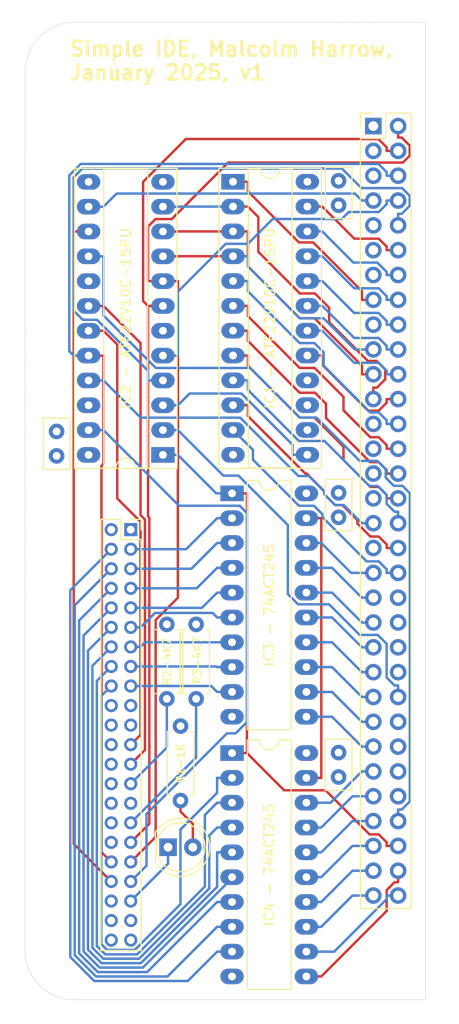
<source format=kicad_pcb>
(kicad_pcb (version 20240108) (generator "pcbnew") (generator_version "8.0")
  (layers (0 "F.Cu" signal) (1 "In1.Cu" power "In1.Cu (GND)") (2 "In2.Cu" power "In2.Cu (PWR)") (31 "B.Cu" signal) (34 "B.Paste" user) (35 "F.Paste" user) (36 "B.SilkS" user "B.Silkscreen") (37 "F.SilkS" user "F.Silkscreen") (38 "B.Mask" user) (39 "F.Mask" user) (44 "Edge.Cuts" user))
  (net 0 "")
  (net 1 "RESET")
  (net 2 "IPL1")
  (net 3 "IOSEL")
  (net 4 "A11")
  (net 5 "A2")
  (net 6 "A4")
  (net 7 "D12")
  (net 8 "A10")
  (net 9 "A16")
  (net 10 "D13")
  (net 11 "EXPSEL")
  (net 12 "A6")
  (net 13 "A19")
  (net 14 "A21")
  (net 15 "D15")
  (net 16 "A22")
  (net 17 "A15")
  (net 18 "D3")
  (net 19 "D2")
  (net 20 "A13")
  (net 21 "A12")
  (net 22 "A7")
  (net 23 "DTACK")
  (net 24 "A23")
  (net 25 "MFPIEO")
  (net 26 "D11")
  (net 27 "A14")
  (net 28 "VMA")
  (net 29 "RW")
  (net 30 "D8")
  (net 31 "D1")
  (net 32 "GND")
  (net 33 "D4")
  (net 34 "IPL0")
  (net 35 "D0")
  (net 36 "D9")
  (net 37 "AS")
  (net 38 "D14")
  (net 39 "+5V")
  (net 40 "A5")
  (net 41 "D7")
  (net 42 "BR")
  (net 43 "A3")
  (net 44 "LDS")
  (net 45 "A1")
  (net 46 "E")
  (net 47 "D6")
  (net 48 "D10")
  (net 49 "A17")
  (net 50 "CPUCLK")
  (net 51 "BERR")
  (net 52 "IPL2")
  (net 53 "BG")
  (net 54 "BGACK")
  (net 55 "D5")
  (net 56 "A20")
  (net 57 "VPA")
  (net 58 "UDS")
  (net 59 "A9")
  (net 60 "A18")
  (net 61 "A8")
  (net 62 "BD4")
  (net 63 "INTRQ")
  (net 64 "BD13")
  (net 65 "BD3")
  (net 66 "BD7")
  (net 67 "BD0")
  (net 68 "BD1")
  (net 69 "BD6")
  (net 70 "~{DASP}")
  (net 71 "BD14")
  (net 72 "BD15")
  (net 73 "BD8")
  (net 74 "BD9")
  (net 75 "BD12")
  (net 76 "BD11")
  (net 77 "BD10")
  (net 78 "BD2")
  (net 79 "BD5")
  (net 80 "~{IDERD}")
  (net 81 "IDEBUF")
  (net 82 "FC1")
  (net 83 "FC0")
  (net 84 "~{IDEWR}")
  (net 85 "~{RESET}")
  (net 86 "FC2")
  (net 88 "IDERDY")
  (net 96 "~{IDECS}")
  (net 97 "~{IDEBUF}")
  (net 98 "IDESEL")
  (net 100 "~{IDECS1}")
  (net 101 "Net-(D2-A)")
  (net 102 "~{IDECS0}")
  (footprint "Package_DIP:DIP-24_W7.62mm_Socket_LongPads" (layer "F.Cu") (at 157.1 79.25 180)
    (property "Reference" "IC2" (hide yes))
    (property "Value" "ATF22V10C-15PU" (hide yes))
  )
  (footprint "Capacitor_THT:C_Disc_D5.0mm_W2.5mm_P2.50mm" (layer "F.Cu") (at 175.1 51.2 -90)
    (property "Reference" "C4" (hide yes))
    (property "Value" "100nF" (hide yes))
  )
  (footprint "Resistor_THT:R_Axial_DIN0207_L6.3mm_D2.5mm_P7.62mm_Horizontal" (layer "F.Cu") (at 157.5 104.21 90)
    (property "Reference" "R2" (hide yes))
    (property "Value" "4K7" (hide yes))
  )
  (footprint "LED_THT:LED_D5.0mm" (layer "F.Cu") (at 157.625 119.4)
    (property "Reference" "D2" (hide yes))
    (property "Value" "LED" (hide yes))
  )
  (footprint "Capacitor_THT:C_Disc_D5.0mm_W2.5mm_P2.50mm" (layer "F.Cu") (at 146.2 79.35 90)
    (property "Reference" "C3" (hide yes))
    (property "Value" "100nF" (hide yes))
  )
  (footprint "Resistor_THT:R_Axial_DIN0207_L6.3mm_D2.5mm_P7.62mm_Horizontal" (layer "F.Cu") (at 160.5 104.21 90)
    (property "Reference" "R3" (hide yes))
    (property "Value" "4K7" (hide yes))
  )
  (footprint "Capacitor_THT:C_Disc_D5.0mm_W2.5mm_P2.50mm" (layer "F.Cu") (at 175.1 83.135 -90)
    (property "Reference" "C2" (hide yes))
    (property "Value" "100nF" (hide yes))
  )
  (footprint "Package_DIP:DIP-20_W7.62mm_LongPads" (layer "F.Cu") (at 164.18 109.76)
    (property "Reference" "IC4" (hide yes))
    (property "Value" "74ACT245" (hide yes))
  )
  (footprint "Package_DIP:DIP-24_W7.62mm_Socket_LongPads" (layer "F.Cu") (at 164.28 51.3)
    (property "Reference" "IC1" (hide yes))
    (property "Value" "ATF22V10C-15PU" (hide yes))
  )
  (footprint "Connector_PinSocket_2.00mm:PinSocket_2x22_P2.00mm_Vertical" (layer "F.Cu") (at 153.8 86.9)
    (property "Reference" "J2" (hide yes))
    (property "Value" "Conn_02x22_Odd_Even" (hide yes))
  )
  (footprint "Package_DIP:DIP-20_W7.62mm_LongPads" (layer "F.Cu") (at 164.18 83.185)
    (property "Reference" "IC3" (hide yes))
    (property "Value" "74ACT245" (hide yes))
  )
  (footprint "Connector_PinHeader_2.54mm:PinHeader_2x32_P2.54mm_Vertical" (layer "F.Cu") (at 178.662 45.6003)
    (property "Reference" "BUS1" (hide yes))
    (property "Value" "Conn_02x32_Odd_Even" (hide yes))
  )
  (footprint "Capacitor_THT:C_Disc_D5.0mm_W2.5mm_P2.50mm" (layer "F.Cu") (at 175.1 109.71 -90)
    (property "Reference" "C1" (hide yes))
    (property "Value" "100nF" (hide yes))
  )
  (footprint "Resistor_THT:R_Axial_DIN0207_L6.3mm_D2.5mm_P7.62mm_Horizontal" (layer "F.Cu") (at 158.9 107 -90)
    (property "Reference" "R1" (hide yes))
    (property "Value" "1K" (hide yes))
  )
  (gr_arc (start 142.977614 40.002213) (mid 144.454859 36.470191) (end 147.976888 34.969331) (stroke (width 0.05)) (layer "Edge.Cuts"))
  (gr_line (start 184 135) (end 148 135) (stroke (width 0.05)) (layer "Edge.Cuts"))
  (gr_line (start 184 35) (end 184 135) (stroke (width 0.05)) (layer "Edge.Cuts"))
  (gr_arc (start 148 135) (mid 144.447976 133.538426) (end 142.953274 130.00021) (stroke (width 0.05)) (layer "Edge.Cuts"))
  (gr_line (start 142.974463 39.999895) (end 142.951971 130.000105) (stroke (width 0.05)) (layer "Edge.Cuts"))
  (gr_line (start 183.992343 35) (end 147.976888 34.969331) (stroke (width 0.05)) (layer "Edge.Cuts"))
  (gr_text "Simple IDE, Malcolm Harrow,\nJanuary 2025, v1" (at 147.4 41 0) (layer "F.SilkS") (effects (font (size 1.5 1.5) (thickness 0.3) (bold yes)) (justify left bottom)))
  (segment (start 171.0332 57.5067) (end 165.8067 52.2802) (width 0.25) (layer "F.Cu") (net 3))
  (segment (start 177.4853 62.4978) (end 172.4942 57.5067) (width 0.25) (layer "F.Cu") (net 3))
  (segment (start 164.28 51.3) (end 165.8067 51.3) (width 0.25) (layer "F.Cu") (net 3))
  (segment (start 178.662 63.3803) (end 177.4853 63.3803) (width 0.25) (layer "F.Cu") (net 3))
  (segment (start 165.8067 52.2802) (end 165.8067 51.3) (width 0.25) (layer "F.Cu") (net 3))
  (segment (start 177.4853 63.3803) (end 177.4853 62.4978) (width 0.25) (layer "F.Cu") (net 3))
  (segment (start 172.4942 57.5067) (end 171.0332 57.5067) (width 0.25) (layer "F.Cu") (net 3))
  (segment (start 176.7103 69.8236) (end 173.4267 66.54) (width 0.25) (layer "B.Cu") (net 4))
  (segment (start 180.0253 70.6325) (end 179.2164 69.8236) (width 0.25) (layer "B.Cu") (net 4))
  (segment (start 180.0253 71.0003) (end 180.0253 70.6325) (width 0.25) (layer "B.Cu") (net 4))
  (segment (start 179.2164 69.8236) (end 176.7103 69.8236) (width 0.25) (layer "B.Cu") (net 4))
  (segment (start 171.9 66.54) (end 173.4267 66.54) (width 0.25) (layer "B.Cu") (net 4))
  (segment (start 181.202 71.0003) (end 180.0253 71.0003) (width 0.25) (layer "B.Cu") (net 4))
  (segment (start 155.0651 51.3079) (end 155.0651 63.5018) (width 0.25) (layer "F.Cu") (net 5))
  (segment (start 181.202 48.1403) (end 180.0253 48.1403) (width 0.25) (layer "F.Cu") (net 5))
  (segment (start 159.4473 46.9257) (end 155.0651 51.3079) (width 0.25) (layer "F.Cu") (net 5))
  (segment (start 157.1 64.01) (end 155.5733 64.01) (width 0.25) (layer "F.Cu") (net 5))
  (segment (start 180.0253 48.1403) (end 180.0253 47.7726) (width 0.25) (layer "F.Cu") (net 5))
  (segment (start 155.5733 85.5398) (end 155.5733 64.01) (width 0.25) (layer "F.Cu") (net 5))
  (segment (start 180.0253 47.7726) (end 179.1784 46.9257) (width 0.25) (layer "F.Cu") (net 5))
  (segment (start 155.7051 116.9949) (end 155.7051 85.6716) (width 0.25) (layer "F.Cu") (net 5))
  (segment (start 153.8 118.9) (end 155.7051 116.9949) (width 0.25) (layer "F.Cu") (net 5))
  (segment (start 155.0651 63.5018) (end 155.5733 64.01) (width 0.25) (layer "F.Cu") (net 5))
  (segment (start 155.7051 85.6716) (end 155.5733 85.5398) (width 0.25) (layer "F.Cu") (net 5))
  (segment (start 179.1784 46.9257) (end 159.4473 46.9257) (width 0.25) (layer "F.Cu") (net 5))
  (segment (start 168.3451 55.11) (end 175.4317 55.11) (width 0.25) (layer "B.Cu") (net 6))
  (segment (start 181.202 53.2203) (end 180.0253 53.2203) (width 0.25) (layer "B.Cu") (net 6))
  (segment (start 163.5317 57.6487) (end 165.8064 57.6487) (width 0.25) (layer "B.Cu") (net 6))
  (segment (start 165.8064 57.6487) (end 168.3451 55.11) (width 0.25) (layer "B.Cu") (net 6))
  (segment (start 158.6267 62.5537) (end 163.5317 57.6487) (width 0.25) (layer "B.Cu") (net 6))
  (segment (start 175.4317 55.11) (end 176.1447 54.397) (width 0.25) (layer "B.Cu") (net 6))
  (segment (start 179.2164 54.397) (end 180.0253 53.5881) (width 0.25) (layer "B.Cu") (net 6))
  (segment (start 176.1447 54.397) (end 179.2164 54.397) (width 0.25) (layer "B.Cu") (net 6))
  (segment (start 158.6267 69.09) (end 158.6267 62.5537) (width 0.25) (layer "B.Cu") (net 6))
  (segment (start 180.0253 53.5881) (end 180.0253 53.2203) (width 0.25) (layer "B.Cu") (net 6))
  (segment (start 157.1 69.09) (end 158.6267 69.09) (width 0.25) (layer "B.Cu") (net 6))
  (segment (start 177.4853 98.9403) (end 174.43 95.885) (width 0.25) (layer "B.Cu") (net 7))
  (segment (start 178.662 98.9403) (end 177.4853 98.9403) (width 0.25) (layer "B.Cu") (net 7))
  (segment (start 174.43 95.885) (end 171.8 95.885) (width 0.25) (layer "B.Cu") (net 7))
  (segment (start 181.202 68.4603) (end 180.0253 68.4603) (width 0.25) (layer "B.Cu") (net 8))
  (segment (start 179.2164 67.2836) (end 176.7103 67.2836) (width 0.25) (layer "B.Cu") (net 8))
  (segment (start 176.7103 67.2836) (end 173.4267 64) (width 0.25) (layer "B.Cu") (net 8))
  (segment (start 180.0253 68.4603) (end 180.0253 68.0925) (width 0.25) (layer "B.Cu") (net 8))
  (segment (start 171.9 64) (end 173.4267 64) (width 0.25) (layer "B.Cu") (net 8))
  (segment (start 180.0253 68.0925) (end 179.2164 67.2836) (width 0.25) (layer "B.Cu") (net 8))
  (segment (start 175.6017 78.4045) (end 172.6272 75.43) (width 0.25) (layer "F.Cu") (net 9))
  (segment (start 175.6017 79.7819) (end 175.6017 78.4045) (width 0.25) (layer "F.Cu") (net 9))
  (segment (start 164.28 69.08) (end 165.8067 69.08) (width 0.25) (layer "F.Cu") (net 9))
  (segment (start 178.3434 82.5236) (end 175.6017 79.7819) (width 0.25) (layer "F.Cu") (net 9))
  (segment (start 179.2164 82.5236) (end 178.3434 82.5236) (width 0.25) (layer "F.Cu") (net 9))
  (segment (start 181.202 83.7003) (end 180.0253 83.7003) (width 0.25) (layer "F.Cu") (net 9))
  (segment (start 165.8067 70.1296) (end 165.8067 69.08) (width 0.25) (layer "F.Cu") (net 9))
  (segment (start 180.0253 83.7003) (end 180.0253 83.3325) (width 0.25) (layer "F.Cu") (net 9))
  (segment (start 171.1071 75.43) (end 165.8067 70.1296) (width 0.25) (layer "F.Cu") (net 9))
  (segment (start 180.0253 83.3325) (end 179.2164 82.5236) (width 0.25) (layer "F.Cu") (net 9))
  (segment (start 172.6272 75.43) (end 171.1071 75.43) (width 0.25) (layer "F.Cu") (net 9))
  (segment (start 178.662 96.4003) (end 177.4853 96.4003) (width 0.25) (layer "B.Cu") (net 10))
  (segment (start 174.43 93.345) (end 171.8 93.345) (width 0.25) (layer "B.Cu") (net 10))
  (segment (start 177.4853 96.4003) (end 174.43 93.345) (width 0.25) (layer "B.Cu") (net 10))
  (segment (start 176.7103 57.1236) (end 173.4267 53.84) (width 0.25) (layer "F.Cu") (net 12))
  (segment (start 171.9 53.84) (end 173.4267 53.84) (width 0.25) (layer "F.Cu") (net 12))
  (segment (start 180.0253 58.3003) (end 180.0253 57.9325) (width 0.25) (layer "F.Cu") (net 12))
  (segment (start 181.202 58.3003) (end 180.0253 58.3003) (width 0.25) (layer "F.Cu") (net 12))
  (segment (start 179.2164 57.1236) (end 176.7103 57.1236) (width 0.25) (layer "F.Cu") (net 12))
  (segment (start 180.0253 57.9325) (end 179.2164 57.1236) (width 0.25) (layer "F.Cu") (net 12))
  (segment (start 181.202 91.3203) (end 180.0253 91.3203) (width 0.25) (layer "B.Cu") (net 13))
  (segment (start 172.5774 84.455) (end 171.0385 84.455) (width 0.25) (layer "B.Cu") (net 13))
  (segment (start 180.0253 91.3203) (end 180.0253 90.9525) (width 0.25) (layer "B.Cu") (net 13))
  (segment (start 173.4603 85.3379) (end 172.5774 84.455) (width 0.25) (layer "B.Cu") (net 13))
  (segment (start 180.0253 90.9525) (end 179.2164 90.1436) (width 0.25) (layer "B.Cu") (net 13))
  (segment (start 166.3241 78.7441) (end 164.28 76.7) (width 0.25) (layer "B.Cu") (net 13))
  (segment (start 177.9716 90.1436) (end 173.4603 85.6323) (width 0.25) (layer "B.Cu") (net 13))
  (segment (start 171.0385 84.455) (end 166.3241 79.7406) (width 0.25) (layer "B.Cu") (net 13))
  (segment (start 179.2164 90.1436) (end 177.9716 90.1436) (width 0.25) (layer "B.Cu") (net 13))
  (segment (start 166.3241 79.7406) (end 166.3241 78.7441) (width 0.25) (layer "B.Cu") (net 13))
  (segment (start 173.4603 85.6323) (end 173.4603 85.3379) (width 0.25) (layer "B.Cu") (net 13))
  (segment (start 176.382 91.3203) (end 173.3267 88.265) (width 0.25) (layer "B.Cu") (net 15))
  (segment (start 171.8 88.265) (end 173.3267 88.265) (width 0.25) (layer "B.Cu") (net 15))
  (segment (start 178.662 91.3203) (end 176.382 91.3203) (width 0.25) (layer "B.Cu") (net 15))
  (segment (start 173.8066 74.0181) (end 172.6785 72.89) (width 0.25) (layer "F.Cu") (net 17))
  (segment (start 178.3216 79.9836) (end 173.8066 75.4686) (width 0.25) (layer "F.Cu") (net 17))
  (segment (start 164.28 66.54) (end 165.8067 66.54) (width 0.25) (layer "F.Cu") (net 17))
  (segment (start 179.2164 79.9836) (end 178.3216 79.9836) (width 0.25) (layer "F.Cu") (net 17))
  (segment (start 165.8067 67.5896) (end 165.8067 66.54) (width 0.25) (layer "F.Cu") (net 17))
  (segment (start 181.202 81.1603) (end 180.0253 81.1603) (width 0.25) (layer "F.Cu") (net 17))
  (segment (start 180.0253 80.7925) (end 179.2164 79.9836) (width 0.25) (layer "F.Cu") (net 17))
  (segment (start 180.0253 81.1603) (end 180.0253 80.7925) (width 0.25) (layer "F.Cu") (net 17))
  (segment (start 172.6785 72.89) (end 171.1071 72.89) (width 0.25) (layer "F.Cu") (net 17))
  (segment (start 171.1071 72.89) (end 165.8067 67.5896) (width 0.25) (layer "F.Cu") (net 17))
  (segment (start 173.8066 75.4686) (end 173.8066 74.0181) (width 0.25) (layer "F.Cu") (net 17))
  (segment (start 171.8 125) (end 173.3267 125) (width 0.25) (layer "B.Cu") (net 18))
  (segment (start 176.5264 121.8003) (end 173.3267 125) (width 0.25) (layer "B.Cu") (net 18))
  (segment (start 178.662 121.8003) (end 176.5264 121.8003) (width 0.25) (layer "B.Cu") (net 18))
  (segment (start 178.662 124.3403) (end 176.5264 124.3403) (width 0.25) (layer "B.Cu") (net 19))
  (segment (start 171.8 127.54) (end 173.3267 127.54) (width 0.25) (layer "B.Cu") (net 19))
  (segment (start 176.5264 124.3403) (end 173.3267 127.54) (width 0.25) (layer "B.Cu") (net 19))
  (segment (start 178.3483 74.9036) (end 173.5659 70.1212) (width 0.25) (layer "B.Cu") (net 20))
  (segment (start 165.8067 62.5096) (end 165.8067 61.46) (width 0.25) (layer "B.Cu") (net 20))
  (segment (start 173.5659 68.7489) (end 172.627 67.81) (width 0.25) (layer "B.Cu") (net 20))
  (segment (start 181.202 76.0803) (end 180.0253 76.0803) (width 0.25) (layer "B.Cu") (net 20))
  (segment (start 173.5659 70.1212) (end 173.5659 68.7489) (width 0.25) (layer "B.Cu") (net 20))
  (segment (start 172.627 67.81) (end 171.1071 67.81) (width 0.25) (layer "B.Cu") (net 20))
  (segment (start 180.0253 75.7125) (end 179.2164 74.9036) (width 0.25) (layer "B.Cu") (net 20))
  (segment (start 164.28 61.46) (end 165.8067 61.46) (width 0.25) (layer "B.Cu") (net 20))
  (segment (start 171.1071 67.81) (end 165.8067 62.5096) (width 0.25) (layer "B.Cu") (net 20))
  (segment (start 179.2164 74.9036) (end 178.3483 74.9036) (width 0.25) (layer "B.Cu") (net 20))
  (segment (start 180.0253 76.0803) (end 180.0253 75.7125) (width 0.25) (layer "B.Cu") (net 20))
  (segment (start 179.2051 74.7282) (end 178.1207 74.7282) (width 0.25) (layer "F.Cu") (net 21))
  (segment (start 178.1207 74.7282) (end 173.4267 70.0342) (width 0.25) (layer "F.Cu") (net 21))
  (segment (start 181.202 73.5403) (end 180.0253 73.5403) (width 0.25) (layer "F.Cu") (net 21))
  (segment (start 171.9 69.08) (end 173.4267 69.08) (width 0.25) (layer "F.Cu") (net 21))
  (segment (start 180.0253 73.908) (end 179.2051 74.7282) (width 0.25) (layer "F.Cu") (net 21))
  (segment (start 180.0253 73.5403) (end 180.0253 73.908) (width 0.25) (layer "F.Cu") (net 21))
  (segment (start 173.4267 70.0342) (end 173.4267 69.08) (width 0.25) (layer "F.Cu") (net 21))
  (segment (start 180.0253 60.5248) (end 180.0253 60.8403) (width 0.25) (layer "B.Cu") (net 22))
  (segment (start 171.9 56.38) (end 173.4267 56.38) (width 0.25) (layer "B.Cu") (net 22))
  (segment (start 173.4267 56.38) (end 176.617 59.5703) (width 0.25) (layer "B.Cu") (net 22))
  (segment (start 181.202 60.8403) (end 180.0253 60.8403) (width 0.25) (layer "B.Cu") (net 22))
  (segment (start 179.0708 59.5703) (end 180.0253 60.5248) (width 0.25) (layer "B.Cu") (net 22))
  (segment (start 176.617 59.5703) (end 179.0708 59.5703) (width 0.25) (layer "B.Cu") (net 22))
  (segment (start 179.932 80.7295) (end 179.0641 79.8616) (width 0.25) (layer "B.Cu") (net 23))
  (segment (start 151.0067 64.9922) (end 151.0067 58.93) (width 0.25) (layer "B.Cu") (net 23))
  (segment (start 179.0641 79.8616) (end 177.2616 79.8616) (width 0.25) (layer "B.Cu") (net 23))
  (segment (start 182.4006 114.7127) (end 182.4006 83.1725) (width 0.25) (layer "B.Cu") (net 23))
  (segment (start 179.932 81.5823) (end 179.932 80.7295) (width 0.25) (layer "B.Cu") (net 23))
  (segment (start 172.83 75.43) (end 171.126 75.43) (width 0.25) (layer "B.Cu") (net 23))
  (segment (start 181.5697 115.5436) (end 182.4006 114.7127) (width 0.25) (layer "B.Cu") (net 23))
  (segment (start 180.7623 82.4126) (end 179.932 81.5823) (width 0.25) (layer "B.Cu") (net 23))
  (segment (start 181.202 116.7203) (end 181.202 115.5436) (width 0.25) (layer "B.Cu") (net 23))
  (segment (start 181.202 115.5436) (end 181.5697 115.5436) (width 0.25) (layer "B.Cu") (net 23))
  (segment (start 166.0485 70.3525) (end 156.367 70.3525) (width 0.25) (layer "B.Cu") (net 23))
  (segment (start 149.48 58.93) (end 151.0067 58.93) (width 0.25) (layer "B.Cu") (net 23))
  (segment (start 181.6407 82.4126) (end 180.7623 82.4126) (width 0.25) (layer "B.Cu") (net 23))
  (segment (start 156.367 70.3525) (end 151.0067 64.9922) (width 0.25) (layer "B.Cu") (net 23))
  (segment (start 171.126 75.43) (end 166.0485 70.3525) (width 0.25) (layer "B.Cu") (net 23))
  (segment (start 182.4006 83.1725) (end 181.6407 82.4126) (width 0.25) (layer "B.Cu") (net 23))
  (segment (start 177.2616 79.8616) (end 172.83 75.43) (width 0.25) (layer "B.Cu") (net 23))
  (segment (start 174.43 98.425) (end 171.8 98.425) (width 0.25) (layer "B.Cu") (net 26))
  (segment (start 177.4853 101.4803) (end 174.43 98.425) (width 0.25) (layer "B.Cu") (net 26))
  (segment (start 178.662 101.4803) (end 177.4853 101.4803) (width 0.25) (layer "B.Cu") (net 26))
  (segment (start 180.0253 78.2525) (end 179.2164 77.4436) (width 0.25) (layer "F.Cu") (net 27))
  (segment (start 165.8067 65.0496) (end 165.8067 64) (width 0.25) (layer "F.Cu") (net 27))
  (segment (start 175.6017 73.3121) (end 172.6396 70.35) (width 0.25) (layer "F.Cu") (net 27))
  (segment (start 172.6396 70.35) (end 171.1071 70.35) (width 0.25) (layer "F.Cu") (net 27))
  (segment (start 181.202 78.6203) (end 180.0253 78.6203) (width 0.25) (layer "F.Cu") (net 27))
  (segment (start 180.0253 78.6203) (end 180.0253 78.2525) (width 0.25) (layer "F.Cu") (net 27))
  (segment (start 178.3546 77.4436) (end 175.6017 74.6907) (width 0.25) (layer "F.Cu") (net 27))
  (segment (start 179.2164 77.4436) (end 178.3546 77.4436) (width 0.25) (layer "F.Cu") (net 27))
  (segment (start 171.1071 70.35) (end 165.8067 65.0496) (width 0.25) (layer "F.Cu") (net 27))
  (segment (start 164.28 64) (end 165.8067 64) (width 0.25) (layer "F.Cu") (net 27))
  (segment (start 175.6017 74.6907) (end 175.6017 73.3121) (width 0.25) (layer "F.Cu") (net 27))
  (segment (start 181.202 119.2603) (end 180.0253 119.2603) (width 0.25) (layer "F.Cu") (net 29))
  (segment (start 180.0253 118.8925) (end 179.2164 118.0836) (width 0.25) (layer "F.Cu") (net 29))
  (segment (start 165.7067 83.185) (end 165.7067 109.76) (width 0.25) (layer "F.Cu") (net 29))
  (segment (start 178.2735 118.0836) (end 173.7599 113.57) (width 0.25) (layer "F.Cu") (net 29))
  (segment (start 164.18 109.76) (end 165.7067 109.76) (width 0.25) (layer "F.Cu") (net 29))
  (segment (start 180.0253 119.2603) (end 180.0253 118.8925) (width 0.25) (layer "F.Cu") (net 29))
  (segment (start 169.5167 113.57) (end 165.7067 109.76) (width 0.25) (layer "F.Cu") (net 29))
  (segment (start 173.7599 113.57) (end 169.5167 113.57) (width 0.25) (layer "F.Cu") (net 29))
  (segment (start 164.18 83.185) (end 165.7067 83.185) (width 0.25) (layer "F.Cu") (net 29))
  (segment (start 179.2164 118.0836) (end 178.2735 118.0836) (width 0.25) (layer "F.Cu") (net 29))
  (segment (start 162.5617 83.185) (end 158.6267 79.25) (width 0.25) (layer "B.Cu") (net 29))
  (segment (start 164.18 83.185) (end 162.5617 83.185) (width 0.25) (layer "B.Cu") (net 29))
  (segment (start 157.1 79.25) (end 158.6267 79.25) (width 0.25) (layer "B.Cu") (net 29))
  (segment (start 177.4853 109.1003) (end 174.43 106.045) (width 0.25) (layer "B.Cu") (net 30))
  (segment (start 178.662 109.1003) (end 177.4853 109.1003) (width 0.25) (layer "B.Cu") (net 30))
  (segment (start 174.43 106.045) (end 171.8 106.045) (width 0.25) (layer "B.Cu") (net 30))
  (segment (start 181.202 124.3403) (end 180.0253 124.3403) (width 0.25) (layer "B.Cu") (net 31))
  (segment (start 180.0253 124.708) (end 174.6533 130.08) (width 0.25) (layer "B.Cu") (net 31))
  (segment (start 174.6533 130.08) (end 171.8 130.08) (width 0.25) (layer "B.Cu") (net 31))
  (segment (start 180.0253 124.3403) (end 180.0253 124.708) (width 0.25) (layer "B.Cu") (net 31))
  (segment (start 178.662 119.2603) (end 176.5264 119.2603) (width 0.25) (layer "B.Cu") (net 33))
  (segment (start 176.5264 119.2603) (end 173.3267 122.46) (width 0.25) (layer "B.Cu") (net 33))
  (segment (start 171.8 122.46) (end 173.3267 122.46) (width 0.25) (layer "B.Cu") (net 33))
  (segment (start 180.8342 122.977) (end 180.0253 123.7859) (width 0.25) (layer "F.Cu") (net 35))
  (segment (start 181.202 122.977) (end 180.8342 122.977) (width 0.25) (layer "F.Cu") (net 35))
  (segment (start 181.202 121.8003) (end 181.202 122.977) (width 0.25) (layer "F.Cu") (net 35))
  (segment (start 180.0253 123.7859) (end 180.0253 125.9214) (width 0.25) (layer "F.Cu") (net 35))
  (segment (start 180.0253 125.9214) (end 173.3267 132.62) (width 0.25) (layer "F.Cu") (net 35))
  (segment (start 171.8 132.62) (end 173.3267 132.62) (width 0.25) (layer "F.Cu") (net 35))
  (segment (start 174.43 103.505) (end 171.8 103.505) (width 0.25) (layer "B.Cu") (net 36))
  (segment (start 177.4853 106.5603) (end 174.43 103.505) (width 0.25) (layer "B.Cu") (net 36))
  (segment (start 178.662 106.5603) (end 177.4853 106.5603) (width 0.25) (layer "B.Cu") (net 36))
  (segment (start 179.1124 97.6703) (end 180.0253 98.5832) (width 0.25) (layer "B.Cu") (net 37))
  (segment (start 158.6267 76.71) (end 163.2884 81.3717) (width 0.25) (layer "B.Cu") (net 37))
  (segment (start 180.8342 102.8436) (end 181.202 102.8436) (width 0.25) (layer "B.Cu") (net 37))
  (segment (start 169.902 93.4871) (end 170.9564 94.5415) (width 0.25) (layer "B.Cu") (net 37))
  (segment (start 170.9564 94.5415) (end 174.1313 94.5415) (width 0.25) (layer "B.Cu") (net 37))
  (segment (start 174.1313 94.5415) (end 177.2601 97.6703) (width 0.25) (layer "B.Cu") (net 37))
  (segment (start 180.0253 102.0347) (end 180.8342 102.8436) (width 0.25) (layer "B.Cu") (net 37))
  (segment (start 169.902 86.4311) (end 169.902 93.4871) (width 0.25) (layer "B.Cu") (net 37))
  (segment (start 164.8426 81.3717) (end 169.902 86.4311) (width 0.25) (layer "B.Cu") (net 37))
  (segment (start 181.202 104.0203) (end 181.202 102.8436) (width 0.25) (layer "B.Cu") (net 37))
  (segment (start 180.0253 98.5832) (end 180.0253 102.0347) (width 0.25) (layer "B.Cu") (net 37))
  (segment (start 177.2601 97.6703) (end 179.1124 97.6703) (width 0.25) (layer "B.Cu") (net 37))
  (segment (start 157.1 76.71) (end 158.6267 76.71) (width 0.25) (layer "B.Cu") (net 37))
  (segment (start 163.2884 81.3717) (end 164.8426 81.3717) (width 0.25) (layer "B.Cu") (net 37))
  (segment (start 171.8 90.805) (end 174.43 90.805) (width 0.25) (layer "B.Cu") (net 38))
  (segment (start 178.662 93.8603) (end 177.4853 93.8603) (width 0.25) (layer "B.Cu") (net 38))
  (segment (start 174.43 90.805) (end 177.4853 93.8603) (width 0.25) (layer "B.Cu") (net 38))
  (segment (start 147.9513 50.8336) (end 147.9513 64.4926) (width 0.25) (layer "B.Cu") (net 40))
  (segment (start 157.1 71.63) (end 155.5733 71.63) (width 0.25) (layer "B.Cu") (net 40))
  (segment (start 181.202 55.7603) (end 181.202 54.5836) (width 0.25) (layer "B.Cu") (net 40))
  (segment (start 150.3468 65.4233) (end 155.5733 70.6498) (width 0.25) (layer "B.Cu") (net 40))
  (segment (start 181.6138 51.9503) (end 177.4438 51.9503) (width 0.25) (layer "B.Cu") (net 40))
  (segment (start 181.202 54.5836) (end 181.5697 54.5836) (width 0.25) (layer "B.Cu") (net 40))
  (segment (start 155.5733 70.6498) (end 155.5733 71.63) (width 0.25) (layer "B.Cu") (net 40))
  (segment (start 175.4342 49.9407) (end 148.8442 49.9407) (width 0.25) (layer "B.Cu") (net 40))
  (segment (start 148.8442 49.9407) (end 147.9513 50.8336) (width 0.25) (layer "B.Cu") (net 40))
  (segment (start 177.4438 51.9503) (end 175.4342 49.9407) (width 0.25) (layer "B.Cu") (net 40))
  (segment (start 148.882 65.4233) (end 150.3468 65.4233) (width 0.25) (layer "B.Cu") (net 40))
  (segment (start 182.3894 53.7639) (end 182.3894 52.7259) (width 0.25) (layer "B.Cu") (net 40))
  (segment (start 182.3894 52.7259) (end 181.6138 51.9503) (width 0.25) (layer "B.Cu") (net 40))
  (segment (start 147.9513 64.4926) (end 148.882 65.4233) (width 0.25) (layer "B.Cu") (net 40))
  (segment (start 181.5697 54.5836) (end 182.3894 53.7639) (width 0.25) (layer "B.Cu") (net 40))
  (segment (start 177.4853 111.6403) (end 174.2856 114.84) (width 0.25) (layer "B.Cu") (net 41))
  (segment (start 178.662 111.6403) (end 177.4853 111.6403) (width 0.25) (layer "B.Cu") (net 41))
  (segment (start 174.2856 114.84) (end 171.8 114.84) (width 0.25) (layer "B.Cu") (net 41))
  (segment (start 151.0067 80.1683) (end 150.7952 80.3798) (width 0.25) (layer "F.Cu") (net 43))
  (segment (start 151.0067 69.09) (end 151.0067 80.1683) (width 0.25) (layer "F.Cu") (net 43))
  (segment (start 149.48 69.09) (end 151.0067 69.09) (width 0.25) (layer "F.Cu") (net 43))
  (segment (start 150.7952 80.3798) (end 150.7952 119.8952) (width 0.25) (layer "F.Cu") (net 43))
  (segment (start 150.7952 119.8952) (end 151.8 120.9) (width 0.25) (layer "F.Cu") (net 43))
  (segment (start 180.0253 50.6803) (end 180.0253 50.3126) (width 0.25) (layer "B.Cu") (net 43))
  (segment (start 147.4995 68.6362) (end 147.9533 69.09) (width 0.25) (layer "B.Cu") (net 43))
  (segment (start 147.4995 50.6466) (end 147.4995 68.6362) (width 0.25) (layer "B.Cu") (net 43))
  (segment (start 180.0253 50.3126) (end 179.1867 49.474) (width 0.25) (layer "B.Cu") (net 43))
  (segment (start 181.202 50.6803) (end 180.0253 50.6803) (width 0.25) (layer "B.Cu") (net 43))
  (segment (start 149.48 69.09) (end 147.9533 69.09) (width 0.25) (layer "B.Cu") (net 43))
  (segment (start 148.6721 49.474) (end 147.4995 50.6466) (width 0.25) (layer "B.Cu") (net 43))
  (segment (start 179.1867 49.474) (end 148.6721 49.474) (width 0.25) (layer "B.Cu") (net 43))
  (segment (start 156.3535 118.3465) (end 156.3535 96.143) (width 0.25) (layer "F.Cu") (net 45))
  (segment (start 157.1 61.47) (end 155.5733 61.47) (width 0.25) (layer "F.Cu") (net 45))
  (segment (start 153.8 120.9) (end 156.3535 118.3465) (width 0.25) (layer "F.Cu") (net 45))
  (segment (start 158.6267 93.8698) (end 158.6267 61.47) (width 0.25) (layer "F.Cu") (net 45))
  (segment (start 182.3894 48.6347) (end 181.6892 49.3349) (width 0.25) (layer "F.Cu") (net 45))
  (segment (start 181.202 45.6003) (end 181.202 46.777) (width 0.25) (layer "F.Cu") (net 45))
  (segment (start 157.1 61.47) (end 158.6267 61.47) (width 0.25) (layer "F.Cu") (net 45))
  (segment (start 181.5697 46.777) (end 182.3894 47.5967) (width 0.25) (layer "F.Cu") (net 45))
  (segment (start 155.5733 55.8767) (end 155.5733 61.47) (width 0.25) (layer "F.Cu") (net 45))
  (segment (start 157.9979 55.12) (end 156.33 55.12) (width 0.25) (layer "F.Cu") (net 45))
  (segment (start 163.783 49.3349) (end 157.9979 55.12) (width 0.25) (layer "F.Cu") (net 45))
  (segment (start 156.3535 96.143) (end 158.6267 93.8698) (width 0.25) (layer "F.Cu") (net 45))
  (segment (start 181.6892 49.3349) (end 163.783 49.3349) (width 0.25) (layer "F.Cu") (net 45))
  (segment (start 182.3894 47.5967) (end 182.3894 48.6347) (width 0.25) (layer "F.Cu") (net 45))
  (segment (start 156.33 55.12) (end 155.5733 55.8767) (width 0.25) (layer "F.Cu") (net 45))
  (segment (start 181.202 46.777) (end 181.5697 46.777) (width 0.25) (layer "F.Cu") (net 45))
  (segment (start 176.5264 114.1803) (end 173.3267 117.38) (width 0.25) (layer "B.Cu") (net 47))
  (segment (start 178.662 114.1803) (end 176.5264 114.1803) (width 0.25) (layer "B.Cu") (net 47))
  (segment (start 171.8 117.38) (end 173.3267 117.38) (width 0.25) (layer "B.Cu") (net 47))
  (segment (start 171.8 100.965) (end 174.43 100.965) (width 0.25) (layer "B.Cu") (net 48))
  (segment (start 178.662 104.0203) (end 177.4853 104.0203) (width 0.25) (layer "B.Cu") (net 48))
  (segment (start 174.43 100.965) (end 177.4853 104.0203) (width 0.25) (layer "B.Cu") (net 48))
  (segment (start 178.2602 82.4303) (end 173.6566 77.8267) (width 0.25) (layer "B.Cu") (net 49))
  (segment (start 180.0253 84.2547) (end 180.0253 83.3628) (width 0.25) (layer "B.Cu") (net 49))
  (segment (start 173.6566 77.8267) (end 171.0332 77.8267) (width 0.25) (layer "B.Cu") (net 49))
  (segment (start 180.0253 83.3628) (end 179.0928 82.4303) (width 0.25) (layer "B.Cu") (net 49))
  (segment (start 179.0928 82.4303) (end 178.2602 82.4303) (width 0.25) (layer "B.Cu") (net 49))
  (segment (start 181.202 86.2403) (end 181.202 85.0636) (width 0.25) (layer "B.Cu") (net 49))
  (segment (start 180.8342 85.0636) (end 180.0253 84.2547) (width 0.25) (layer "B.Cu") (net 49))
  (segment (start 165.8067 72.6002) (end 165.8067 71.62) (width 0.25) (layer "B.Cu") (net 49))
  (segment (start 164.28 71.62) (end 165.8067 71.62) (width 0.25) (layer "B.Cu") (net 49))
  (segment (start 181.202 85.0636) (end 180.8342 85.0636) (width 0.25) (layer "B.Cu") (net 49))
  (segment (start 171.0332 77.8267) (end 165.8067 72.6002) (width 0.25) (layer "B.Cu") (net 49))
  (segment (start 171.8 119.92) (end 173.3267 119.92) (width 0.25) (layer "B.Cu") (net 55))
  (segment (start 178.662 116.7203) (end 176.5264 116.7203) (width 0.25) (layer "B.Cu") (net 55))
  (segment (start 176.5264 116.7203) (end 173.3267 119.92) (width 0.25) (layer "B.Cu") (net 55))
  (segment (start 149.48 53.85) (end 151.0067 53.85) (width 0.25) (layer "B.Cu") (net 57))
  (segment (start 178.662 53.2203) (end 177.4853 53.2203) (width 0.25) (layer "B.Cu") (net 57))
  (segment (start 176.7725 52.5075) (end 177.4853 53.2203) (width 0.25) (layer "B.Cu") (net 57))
  (segment (start 151.0067 53.85) (end 152.3492 52.5075) (width 0.25) (layer "B.Cu") (net 57))
  (segment (start 152.3492 52.5075) (end 176.7725 52.5075) (width 0.25) (layer "B.Cu") (net 57))
  (segment (start 173.6251 83.2645) (end 173.6251 82.9916) (width 0.25) (layer "B.Cu") (net 58))
  (segment (start 170.9853 81.4118) (end 165.0135 75.44) (width 0.25) (layer "B.Cu") (net 58))
  (segment (start 149.48 71.63) (end 151.0067 71.63) (width 0.25) (layer "B.Cu") (net 58))
  (segment (start 173.6251 82.9916) (end 172.0453 81.4118) (width 0.25) (layer "B.Cu") (net 58))
  (segment (start 174.7459 84.3853) (end 173.6251 83.2645) (width 0.25) (layer "B.Cu") (net 58))
  (segment (start 178.662 86.2403) (end 177.4853 86.2403) (width 0.25) (layer "B.Cu") (net 58))
  (segment (start 175.6303 84.3853) (end 174.7459 84.3853) (width 0.25) (layer "B.Cu") (net 58))
  (segment (start 177.4853 86.2403) (end 175.6303 84.3853) (width 0.25) (layer "B.Cu") (net 58))
  (segment (start 165.0135 75.44) (end 154.8167 75.44) (width 0.25) (layer "B.Cu") (net 58))
  (segment (start 172.0453 81.4118) (end 170.9853 81.4118) (width 0.25) (layer "B.Cu") (net 58))
  (segment (start 154.8167 75.44) (end 151.0067 71.63) (width 0.25) (layer "B.Cu") (net 58))
  (segment (start 171.9 61.46) (end 173.4267 61.46) (width 0.25) (layer "B.Cu") (net 59))
  (segment (start 179.1899 64.7171) (end 176.6838 64.7171) (width 0.25) (layer "B.Cu") (net 59))
  (segment (start 181.202 65.9203) (end 180.0253 65.9203) (width 0.25) (layer "B.Cu") (net 59))
  (segment (start 180.0253 65.9203) (end 180.0253 65.5525) (width 0.25) (layer "B.Cu") (net 59))
  (segment (start 180.0253 65.5525) (end 179.1899 64.7171) (width 0.25) (layer "B.Cu") (net 59))
  (segment (start 176.6838 64.7171) (end 173.4267 61.46) (width 0.25) (layer "B.Cu") (net 59))
  (segment (start 174.7372 84.385) (end 173.6251 83.2729) (width 0.25) (layer "F.Cu") (net 60))
  (segment (start 177.0235 86.2709) (end 177.0235 85.9172) (width 0.25) (layer "F.Cu") (net 60))
  (segment (start 165.8067 75.2752) (end 165.8067 74.16) (width 0.25) (layer "F.Cu") (net 60))
  (segment (start 175.4913 84.385) (end 174.7372 84.385) (width 0.25) (layer "F.Cu") (net 60))
  (segment (start 180.0253 88.7803) (end 180.0253 88.4125) (width 0.25) (layer "F.Cu") (net 60))
  (segment (start 173.6251 82.9564) (end 171.8312 81.1625) (width 0.25) (layer "F.Cu") (net 60))
  (segment (start 173.6251 83.2729) (end 173.6251 82.9564) (width 0.25) (layer "F.Cu") (net 60))
  (segment (start 171.8312 81.1625) (end 171.694 81.1625) (width 0.25) (layer "F.Cu") (net 60))
  (segment (start 164.28 74.16) (end 165.8067 74.16) (width 0.25) (layer "F.Cu") (net 60))
  (segment (start 181.202 88.7803) (end 180.0253 88.7803) (width 0.25) (layer "F.Cu") (net 60))
  (segment (start 178.3562 87.6036) (end 177.0235 86.2709) (width 0.25) (layer "F.Cu") (net 60))
  (segment (start 171.694 81.1625) (end 165.8067 75.2752) (width 0.25) (layer "F.Cu") (net 60))
  (segment (start 180.0253 88.4125) (end 179.2164 87.6036) (width 0.25) (layer "F.Cu") (net 60))
  (segment (start 177.0235 85.9172) (end 175.4913 84.385) (width 0.25) (layer "F.Cu") (net 60))
  (segment (start 179.2164 87.6036) (end 178.3562 87.6036) (width 0.25) (layer "F.Cu") (net 60))
  (segment (start 180.0253 63.3803) (end 180.0253 63.0125) (width 0.25) (layer "B.Cu") (net 61))
  (segment (start 180.0253 63.0125) (end 179.2164 62.2036) (width 0.25) (layer "B.Cu") (net 61))
  (segment (start 181.202 63.3803) (end 180.0253 63.3803) (width 0.25) (layer "B.Cu") (net 61))
  (segment (start 176.7103 62.2036) (end 173.4267 58.92) (width 0.25) (layer "B.Cu") (net 61))
  (segment (start 171.9 58.92) (end 173.4267 58.92) (width 0.25) (layer "B.Cu") (net 61))
  (segment (start 179.2164 62.2036) (end 176.7103 62.2036) (width 0.25) (layer "B.Cu") (net 61))
  (segment (start 161.0983 94.9) (end 153.8 94.9) (width 0.25) (layer "B.Cu") (net 62))
  (segment (start 162.6533 93.345) (end 161.0983 94.9) (width 0.25) (layer "B.Cu") (net 62))
  (segment (start 164.18 93.345) (end 162.6533 93.345) (width 0.25) (layer "B.Cu") (net 62))
  (segment (start 160.5 110.2) (end 160.5 104.21) (width 0.25) (layer "B.Cu") (net 63))
  (segment (start 153.8 116.9) (end 160.5 110.2) (width 0.25) (layer "B.Cu") (net 63))
  (segment (start 161.8462 118.1871) (end 162.6533 117.38) (width 0.25) (layer "B.Cu") (net 64))
  (segment (start 150.9886 130.8075) (end 154.6511 130.8075) (width 0.25) (layer "B.Cu") (net 64))
  (segment (start 154.6511 130.8075) (end 161.8462 123.6124) (width 0.25) (layer "B.Cu") (net 64))
  (segment (start 149.8709 129.6898) (end 150.9886 130.8075) (width 0.25) (layer "B.Cu") (net 64))
  (segment (start 164.18 117.38) (end 162.6533 117.38) (width 0.25) (layer "B.Cu") (net 64))
  (segment (start 161.8462 123.6124) (end 161.8462 118.1871) (width 0.25) (layer "B.Cu") (net 64))
  (segment (start 151.8 98.9) (end 149.8709 100.8291) (width 0.25) (layer "B.Cu") (net 64))
  (segment (start 149.8709 100.8291) (end 149.8709 129.6898) (width 0.25) (layer "B.Cu") (net 64))
  (segment (start 164.18 95.885) (end 162.6533 95.885) (width 0.25) (layer "B.Cu") (net 65))
  (segment (start 162.1866 95.4183) (end 156.2834 95.4183) (width 0.25) (layer "B.Cu") (net 65))
  (segment (start 162.6533 95.885) (end 162.1866 95.4183) (width 0.25) (layer "B.Cu") (net 65))
  (segment (start 153.8 96.9) (end 154.8017 96.9) (width 0.25) (layer "B.Cu") (net 65))
  (segment (start 156.2834 95.4183) (end 154.8017 96.9) (width 0.25) (layer "B.Cu") (net 65))
  (segment (start 164.18 85.725) (end 162.6533 85.725) (width 0.25) (layer "B.Cu") (net 66))
  (segment (start 159.4783 88.9) (end 162.6533 85.725) (width 0.25) (layer "B.Cu") (net 66))
  (segment (start 154.3009 88.9) (end 159.4783 88.9) (width 0.25) (layer "B.Cu") (net 66))
  (segment (start 153.8 88.9) (end 154.3009 88.9) (width 0.25) (layer "B.Cu") (net 66))
  (segment (start 153.8 102.9) (end 162.0483 102.9) (width 0.25) (layer "B.Cu") (net 67))
  (segment (start 162.0483 102.9) (end 162.6533 103.505) (width 0.25) (layer "B.Cu") (net 67))
  (segment (start 164.18 103.505) (end 162.6533 103.505) (width 0.25) (layer "B.Cu") (net 67))
  (segment (start 162.5883 100.9) (end 162.6533 100.965) (width 0.25) (layer "B.Cu") (net 68))
  (segment (start 153.8 100.9) (end 162.5883 100.9) (width 0.25) (layer "B.Cu") (net 68))
  (segment (start 164.18 100.965) (end 162.6533 100.965) (width 0.25) (layer "B.Cu") (net 68))
  (segment (start 160.0183 90.9) (end 162.6533 88.265) (width 0.25) (layer "B.Cu") (net 69))
  (segment (start 164.18 88.265) (end 162.6533 88.265) (width 0.25) (layer "B.Cu") (net 69))
  (segment (start 153.8 90.9) (end 160.0183 90.9) (width 0.25) (layer "B.Cu") (net 69))
  (segment (start 153.8 124.9) (end 157.625 121.075) (width 0.25) (layer "B.Cu") (net 70))
  (segment (start 157.625 121.075) (end 157.625 119.4) (width 0.25) (layer "B.Cu") (net 70))
  (segment (start 150.3262 102.3738) (end 151.8 100.9) (width 0.25) (layer "B.Cu") (net 71))
  (segment (start 154.457 130.3558) (end 151.1808 130.3558) (width 0.25) (layer "B.Cu") (net 71))
  (segment (start 161.3945 123.4183) (end 154.457 130.3558) (width 0.25) (layer "B.Cu") (net 71))
  (segment (start 161.3945 116.0988) (end 161.3945 123.4183) (width 0.25) (layer "B.Cu") (net 71))
  (segment (start 164.18 114.84) (end 162.6533 114.84) (width 0.25) (layer "B.Cu") (net 71))
  (segment (start 150.3262 129.5012) (end 150.3262 102.3738) (width 0.25) (layer "B.Cu") (net 71))
  (segment (start 162.6533 114.84) (end 161.3945 116.0988) (width 0.25) (layer "B.Cu") (net 71))
  (segment (start 151.1808 130.3558) (end 150.3262 129.5012) (width 0.25) (layer "B.Cu") (net 71))
  (segment (start 151.3756 129.9027) (end 150.7779 129.305) (width 0.25) (layer "B.Cu") (net 72))
  (segment (start 150.7779 103.9221) (end 151.8 102.9) (width 0.25) (layer "B.Cu") (net 72))
  (segment (start 164.18 112.3) (end 162.6533 112.3) (width 0.25) (layer "B.Cu") (net 72))
  (segment (start 162.6533 112.3) (end 162.6533 113.8267) (width 0.25) (layer "B.Cu") (net 72))
  (segment (start 158.8949 117.5851) (end 158.8949 125.2218) (width 0.25) (layer "B.Cu") (net 72))
  (segment (start 150.7779 129.305) (end 150.7779 103.9221) (width 0.25) (layer "B.Cu") (net 72))
  (segment (start 154.214 129.9027) (end 151.3756 129.9027) (width 0.25) (layer "B.Cu") (net 72))
  (segment (start 158.8949 125.2218) (end 154.214 129.9027) (width 0.25) (layer "B.Cu") (net 72))
  (segment (start 162.6533 113.8267) (end 158.8949 117.5851) (width 0.25) (layer "B.Cu") (net 72))
  (segment (start 147.6025 130.6292) (end 150.0573 133.084) (width 0.25) (layer "B.Cu") (net 73))
  (segment (start 150.0573 133.084) (end 159.6493 133.084) (width 0.25) (layer "B.Cu") (net 73))
  (segment (start 164.18 130.08) (end 162.6533 130.08) (width 0.25) (layer "B.Cu") (net 73))
  (segment (start 151.8 88.9) (end 147.6025 93.0975) (width 0.25) (layer "B.Cu") (net 73))
  (segment (start 147.6025 93.0975) (end 147.6025 130.6292) (width 0.25) (layer "B.Cu") (net 73))
  (segment (start 159.6493 133.084) (end 162.6533 130.08) (width 0.25) (layer "B.Cu") (net 73))
  (segment (start 150.2445 132.6279) (end 157.5654 132.6279) (width 0.25) (layer "B.Cu") (net 74))
  (segment (start 148.0574 94.6426) (end 148.0574 130.4408) (width 0.25) (layer "B.Cu") (net 74))
  (segment (start 148.0574 130.4408) (end 150.2445 132.6279) (width 0.25) (layer "B.Cu") (net 74))
  (segment (start 164.18 127.54) (end 162.6533 127.54) (width 0.25) (layer "B.Cu") (net 74))
  (segment (start 151.8 90.9) (end 148.0574 94.6426) (width 0.25) (layer "B.Cu") (net 74))
  (segment (start 157.5654 132.6279) (end 162.6533 127.54) (width 0.25) (layer "B.Cu") (net 74))
  (segment (start 151.8 96.9) (end 149.4155 99.2845) (width 0.25) (layer "B.Cu") (net 75))
  (segment (start 149.4155 99.2845) (end 149.4155 129.8762) (width 0.25) (layer "B.Cu") (net 75))
  (segment (start 164.18 119.92) (end 162.6533 119.92) (width 0.25) (layer "B.Cu") (net 75))
  (segment (start 154.8432 131.2593) (end 162.6533 123.4492) (width 0.25) (layer "B.Cu") (net 75))
  (segment (start 162.6533 123.4492) (end 162.6533 119.92) (width 0.25) (layer "B.Cu") (net 75))
  (segment (start 149.4155 129.8762) (end 150.7986 131.2593) (width 0.25) (layer "B.Cu") (net 75))
  (segment (start 150.7986 131.2593) (end 154.8432 131.2593) (width 0.25) (layer "B.Cu") (net 75))
  (segment (start 148.9638 97.7362) (end 148.9638 130.0654) (width 0.25) (layer "B.Cu") (net 76))
  (segment (start 148.9638 130.0654) (end 150.6109 131.7125) (width 0.25) (layer "B.Cu") (net 76))
  (segment (start 150.6109 131.7125) (end 155.0356 131.7125) (width 0.25) (layer "B.Cu") (net 76))
  (segment (start 155.0356 131.7125) (end 164.18 122.5681) (width 0.25) (layer "B.Cu") (net 76))
  (segment (start 164.18 122.5681) (end 164.18 122.46) (width 0.25) (layer "B.Cu") (net 76))
  (segment (start 151.8 94.9) (end 148.9638 97.7362) (width 0.25) (layer "B.Cu") (net 76))
  (segment (start 148.5108 130.2533) (end 150.4306 132.1731) (width 0.25) (layer "B.Cu") (net 77))
  (segment (start 164.18 125) (end 162.6533 125) (width 0.25) (layer "B.Cu") (net 77))
  (segment (start 151.8 92.9) (end 148.5108 96.1892) (width 0.25) (layer "B.Cu") (net 77))
  (segment (start 150.4306 132.1731) (end 155.4802 132.1731) (width 0.25) (layer "B.Cu") (net 77))
  (segment (start 148.5108 96.1892) (end 148.5108 130.2533) (width 0.25) (layer "B.Cu") (net 77))
  (segment (start 155.4802 132.1731) (end 162.6533 125) (width 0.25) (layer "B.Cu") (net 77))
  (segment (start 153.8 98.9) (end 154.8017 98.9) (width 0.25) (layer "B.Cu") (net 78))
  (segment (start 155.2767 98.425) (end 164.18 98.425) (width 0.25) (layer "B.Cu") (net 78))
  (segment (start 154.8017 98.9) (end 155.2767 98.425) (width 0.25) (layer "B.Cu") (net 78))
  (segment (start 160.5583 92.9) (end 153.8 92.9) (width 0.25) (layer "B.Cu") (net 79))
  (segment (start 162.6533 90.805) (end 160.5583 92.9) (width 0.25) (layer "B.Cu") (net 79))
  (segment (start 164.18 90.805) (end 162.6533 90.805) (width 0.25) (layer "B.Cu") (net 79))
  (segment (start 155.2534 85.9025) (end 155.2519 85.901) (width 0.25) (layer "F.Cu") (net 80))
  (segment (start 155.2534 109.4466) (end 155.2534 85.9025) (width 0.25) (layer "F.Cu") (net 80))
  (segment (start 155.2519 85.901) (end 155.2519 85.8572) (width 0.25) (layer "F.Cu") (net 80))
  (segment (start 153.8 110.9) (end 155.2534 109.4466) (width 0.25) (layer "F.Cu") (net 80))
  (segment (start 154.8017 85.407) (end 154.8017 67.805) (width 0.25) (layer "F.Cu") (net 80))
  (segment (start 155.2519 85.8572) (end 154.8017 85.407) (width 0.25) (layer "F.Cu") (net 80))
  (segment (start 149.48 64.01) (end 151.0067 64.01) (width 0.25) (layer "F.Cu") (net 80))
  (segment (start 154.8017 67.805) (end 151.0067 64.01) (width 0.25) (layer "F.Cu") (net 80))
  (segment (start 173.3267 85.725) (end 173.3267 112.3) (width 0.25) (layer "F.Cu") (net 81))
  (segment (start 171.8 112.3) (end 173.3267 112.3) (width 0.25) (layer "F.Cu") (net 81))
  (segment (start 171.8 85.725) (end 173.3267 85.725) (width 0.25) (layer "F.Cu") (net 81))
  (segment (start 171.1301 65.27) (end 165.8067 59.9466) (width 0.25) (layer "F.Cu") (net 82))
  (segment (start 178.662 71.0003) (end 177.4853 71.0003) (width 0.25) (layer "F.Cu") (net 82))
  (segment (start 177.4853 71.0003) (end 177.4853 70.1178) (width 0.25) (layer "F.Cu") (net 82))
  (segment (start 172.6375 65.27) (end 171.1301 65.27) (width 0.25) (layer "F.Cu") (net 82))
  (segment (start 164.28 56.38) (end 158.6367 56.38) (width 0.25) (layer "F.Cu") (net 82))
  (segment (start 157.1 56.39) (end 158.6267 56.39) (width 0.25) (layer "F.Cu") (net 82))
  (segment (start 164.28 56.38) (end 165.8067 56.38) (width 0.25) (layer "F.Cu") (net 82))
  (segment (start 165.8067 59.9466) (end 165.8067 56.38) (width 0.25) (layer "F.Cu") (net 82))
  (segment (start 158.6367 56.38) (end 158.6267 56.39) (width 0.25) (layer "F.Cu") (net 82))
  (segment (start 177.4853 70.1178) (end 172.6375 65.27) (width 0.25) (layer "F.Cu") (net 82))
  (segment (start 158.6367 58.92) (end 158.6267 58.93) (width 0.25) (layer "F.Cu") (net 83))
  (segment (start 157.1 58.93) (end 158.6267 58.93) (width 0.25) (layer "F.Cu") (net 83))
  (segment (start 164.28 58.92) (end 158.6367 58.92) (width 0.25) (layer "F.Cu") (net 83))
  (segment (start 171.1071 65.27) (end 165.8067 59.9696) (width 0.25) (layer "B.Cu") (net 83))
  (segment (start 178.662 68.4603) (end 176.7562 68.4603) (width 0.25) (layer "B.Cu") (net 83))
  (segment (start 173.5659 65.27) (end 171.1071 65.27) (width 0.25) (layer "B.Cu") (net 83))
  (segment (start 165.8067 59.9696) (end 165.8067 58.92) (width 0.25) (layer "B.Cu") (net 83))
  (segment (start 164.28 58.92) (end 165.8067 58.92) (width 0.25) (layer "B.Cu") (net 83))
  (segment (start 176.7562 68.4603) (end 173.5659 65.27) (width 0.25) (layer "B.Cu") (net 83))
  (segment (start 152.4148 83.7027) (end 152.4148 67.9581) (width 0.25) (layer "F.Cu") (net 84))
  (segment (start 149.48 66.55) (end 151.0067 66.55) (width 0.25) (layer "F.Cu") (net 84))
  (segment (start 154.8017 86.0896) (end 152.4148 83.7027) (width 0.25) (layer "F.Cu") (net 84))
  (segment (start 153.8 108.9) (end 154.8017 107.8983) (width 0.25) (layer "F.Cu") (net 84))
  (segment (start 154.8017 107.8983) (end 154.8017 86.0896) (width 0.25) (layer "F.Cu") (net 84))
  (segment (start 152.4148 67.9581) (end 151.0067 66.55) (width 0.25) (layer "F.Cu") (net 84))
  (segment (start 171.1313 62.73) (end 166.8706 58.4693) (width 0.25) (layer "F.Cu") (net 86))
  (segment (start 172.676 62.73) (end 171.1313 62.73) (width 0.25) (layer "F.Cu") (net 86))
  (segment (start 179.8795 71.5138) (end 179.8795 70.517) (width 0.25) (layer "F.Cu") (net 86))
  (segment (start 174.1322 64.1862) (end 172.676 62.73) (width 0.25) (layer "F.Cu") (net 86))
  (segment (start 166.8706 54.9039) (end 165.8067 53.84) (width 0.25) (layer "F.Cu") (net 86))
  (segment (start 178.9995 69.637) (end 178.0949 69.637) (width 0.25) (layer "F.Cu") (net 86))
  (segment (start 179.8795 70.517) (end 178.9995 69.637) (width 0.25) (layer "F.Cu") (net 86))
  (segment (start 178.662 73.5403) (end 178.662 72.3636) (width 0.25) (layer "F.Cu") (net 86))
  (segment (start 179.0297 72.3636) (end 179.8795 71.5138) (width 0.25) (layer "F.Cu") (net 86))
  (segment (start 166.8706 58.4693) (end 166.8706 54.9039) (width 0.25) (layer "F.Cu") (net 86))
  (segment (start 178.662 72.3636) (end 179.0297 72.3636) (width 0.25) (layer "F.Cu") (net 86))
  (segment (start 174.1322 65.6743) (end 174.1322 64.1862) (width 0.25) (layer "F.Cu") (net 86))
  (segment (start 178.0949 69.637) (end 174.1322 65.6743) (width 0.25) (layer "F.Cu") (net 86))
  (segment (start 164.28 53.84) (end 165.8067 53.84) (width 0.25) (layer "F.Cu") (net 86))
  (segment (start 157.1 53.85) (end 158.6267 53.85) (width 0.25) (layer "B.Cu") (net 86))
  (segment (start 164.28 53.84) (end 158.6367 53.84) (width 0.25) (layer "B.Cu") (net 86))
  (segment (start 158.6367 53.84) (end 158.6267 53.85) (width 0.25) (layer "B.Cu") (net 86))
  (segment (start 157.5 109.2) (end 157.5 104.21) (width 0.25) (layer "B.Cu") (net 88))
  (segment (start 153.8 112.9) (end 157.5 109.2) (width 0.25) (layer "B.Cu") (net 88))
  (segment (start 165.1432 72.9701) (end 159.8266 72.9701) (width 0.25) (layer "B.Cu") (net 96))
  (segment (start 159.8266 72.9701) (end 158.6267 74.17) (width 0.25) (layer "B.Cu") (net 96))
  (segment (start 171.9 79.24) (end 170.3733 79.24) (width 0.25) (layer "B.Cu") (net 96))
  (segment (start 157.1 74.17) (end 158.6267 74.17) (width 0.25) (layer "B.Cu") (net 96))
  (segment (start 170.3733 79.24) (end 170.3733 78.2002) (width 0.25) (layer "B.Cu") (net 96))
  (segment (start 170.3733 78.2002) (end 165.1432 72.9701) (width 0.25) (layer "B.Cu") (net 96))
  (segment (start 147.9533 119.0533) (end 147.9533 56.39) (width 0.25) (layer "F.Cu") (net 100))
  (segment (start 149.48 56.39) (end 147.9533 56.39) (width 0.25) (layer "F.Cu") (net 100))
  (segment (start 151.8 122.9) (end 147.9533 119.0533) (width 0.25) (layer "F.Cu") (net 100))
  (segment (start 160.165 117.0117) (end 160.165 119.4) (width 0.25) (layer "F.Cu") (net 101))
  (segment (start 158.9 115.7467) (end 160.165 117.0117) (width 0.25) (layer "F.Cu") (net 101))
  (segment (start 158.9 114.62) (end 158.9 115.7467) (width 0.25) (layer "F.Cu") (net 101))
  (segment (start 164.9611 84.4523) (end 165.7087 85.1999) (width 0.25) (layer "B.Cu") (net 102))
  (segment (start 165.7087 106.5875) (end 164.553 107.7432) (width 0.25) (layer "B.Cu") (net 102))
  (segment (start 164.553 107.7432) (end 163.6643 107.7432) (width 0.25) (layer "B.Cu") (net 102))
  (segment (start 155.4139 115.9936) (end 155.4139 121.2861) (width 0.25) (layer "B.Cu") (net 102))
  (segment (start 165.7087 85.1999) (end 165.7087 106.5875) (width 0.25) (layer "B.Cu") (net 102))
  (segment (start 163.6643 107.7432) (end 155.4139 115.9936) (width 0.25) (layer "B.Cu") (net 102))
  (segment (start 151.0067 76.71) (end 158.749 84.4523) (width 0.25) (layer "B.Cu") (net 102))
  (segment (start 149.48 76.71) (end 151.0067 76.71) (width 0.25) (layer "B.Cu") (net 102))
  (segment (start 158.749 84.4523) (end 164.9611 84.4523) (width 0.25) (layer "B.Cu") (net 102))
  (segment (start 155.4139 121.2861) (end 153.8 122.9) (width 0.25) (layer "B.Cu") (net 102))
)
</source>
